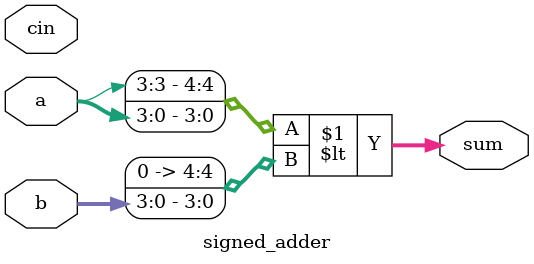
<source format=v>
module signed_adder
(
	input signed [3:0] a,
	input 		 [3:0] b,
	input			   cin,
	output signed [5:0] sum
);

	assign sum = {a[3], a} < {1'b0, b};
endmodule

</source>
